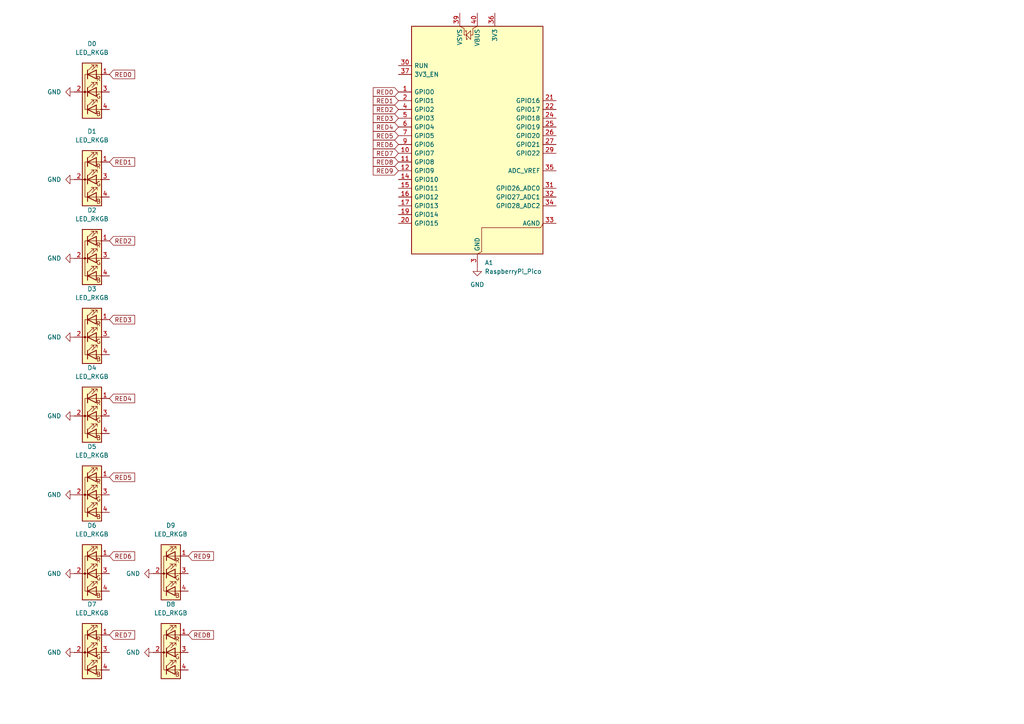
<source format=kicad_sch>
(kicad_sch (version 20250114) (generator "eeschema") (generator_version "9.0")
  (paper "A4")
  (lib_symbols
    (symbol "Device:LED_RKGB" (pin_names (offset 0) (hide yes))
      (property "Reference" "D" (at 0 9.398 0))
      (property "Value" "LED_RKGB" (at 0 -8.89 0))
      (symbol "LED_RKGB_0_0"
        (text "R" (at 1.905 3.81 0) (effects (font (size 1.27 1.27))))
        (text "G" (at 1.905 -1.27 0) (effects (font (size 1.27 1.27))))
        (text "B" (at 1.905 -6.35 0) (effects (font (size 1.27 1.27))))
      )
      (symbol "LED_RKGB_0_1"
        (circle (center -2.032 0) (radius 0.254) (fill (type outline)))
        (polyline (pts (xy -1.27 6.35) (xy -1.27 3.81)) (stroke (width 0.254)))
        (polyline (pts (xy -1.27 6.35) (xy -1.27 3.81) (xy -1.27 3.81)))
        (polyline (pts (xy -1.27 5.08) (xy 1.27 5.08)))
        (polyline (pts (xy -1.27 5.08) (xy -2.032 5.08) (xy -2.032 -5.08) (xy -1.016 -5.08)))
        (polyline (pts (xy -1.27 1.27) (xy -1.27 -1.27)) (stroke (width 0.254)))
        (polyline (pts (xy -1.27 1.27) (xy -1.27 -1.27) (xy -1.27 -1.27)))
        (polyline (pts (xy -1.27 0) (xy -2.54 0)))
        (polyline (pts (xy -1.27 -3.81) (xy -1.27 -6.35)) (stroke (width 0.254)))
        (polyline (pts (xy -1.27 -5.08) (xy 1.27 -5.08)))
        (polyline (pts (xy -1.016 6.35) (xy 0.508 7.874) (xy -0.254 7.874) (xy 0.508 7.874) (xy 0.508 7.112)))
        (polyline (pts (xy -1.016 1.27) (xy 0.508 2.794) (xy -0.254 2.794) (xy 0.508 2.794) (xy 0.508 2.032)))
        (polyline (pts (xy -1.016 -3.81) (xy 0.508 -2.286) (xy -0.254 -2.286) (xy 0.508 -2.286) (xy 0.508 -3.048)))
        (polyline (pts (xy 0 6.35) (xy 1.524 7.874) (xy 0.762 7.874) (xy 1.524 7.874) (xy 1.524 7.112)))
        (polyline (pts (xy 0 1.27) (xy 1.524 2.794) (xy 0.762 2.794) (xy 1.524 2.794) (xy 1.524 2.032)))
        (polyline (pts (xy 0 -3.81) (xy 1.524 -2.286) (xy 0.762 -2.286) (xy 1.524 -2.286) (xy 1.524 -3.048)))
        (polyline (pts (xy 1.27 6.35) (xy 1.27 3.81) (xy -1.27 5.08) (xy 1.27 6.35)) (stroke (width 0.254)))
        (rectangle (start 1.27 6.35) (end 1.27 6.35))
        (polyline (pts (xy 1.27 5.08) (xy 2.54 5.08)))
        (rectangle (start 1.27 3.81) (end 1.27 6.35))
        (polyline (pts (xy 1.27 1.27) (xy 1.27 -1.27) (xy -1.27 0) (xy 1.27 1.27)) (stroke (width 0.254)))
        (rectangle (start 1.27 1.27) (end 1.27 1.27))
        (polyline (pts (xy 1.27 0) (xy -1.27 0)))
        (polyline (pts (xy 1.27 0) (xy 2.54 0)))
        (rectangle (start 1.27 -1.27) (end 1.27 1.27))
        (polyline (pts (xy 1.27 -3.81) (xy 1.27 -6.35) (xy -1.27 -5.08) (xy 1.27 -3.81)) (stroke (width 0.254)))
        (polyline (pts (xy 1.27 -5.08) (xy 2.54 -5.08)))
        (rectangle (start 2.794 8.382) (end -2.794 -7.62) (stroke (width 0.254)) (fill (type background)))
      )
      (symbol "LED_RKGB_1_1"
        (pin passive line (at -5.08 0 0) (length 2.54) (name "K") (number "2"))
        (pin passive line (at 5.08 5.08 180) (length 2.54) (name "RA") (number "1"))
        (pin passive line (at 5.08 0 180) (length 2.54) (name "GA") (number "3"))
        (pin passive line (at 5.08 -5.08 180) (length 2.54) (name "BA") (number "4"))
      )
    )
    (symbol "MCU_Module:RaspberryPi_Pico" (pin_names (offset 0.762))
      (property "Reference" "A" (at -19.05 35.56 0))
      (property "Value" "RaspberryPi_Pico" (at 7.62 35.56 0))
      (symbol "RaspberryPi_Pico_0_1"
        (rectangle (start -19.05 34.29) (end 19.05 -31.75) (stroke (width 0.254)) (fill (type background)))
        (polyline (pts (xy -5.08 34.29) (xy -3.81 33.655) (xy -3.81 31.75) (xy -3.175 31.75)))
        (polyline (pts (xy -3.429 32.766) (xy -3.429 33.02) (xy -3.175 33.02) (xy -3.175 30.48) (xy -2.921 30.48) (xy -2.921 30.734)))
        (polyline (pts (xy -3.175 31.75) (xy -1.905 33.02) (xy -1.905 30.48) (xy -3.175 31.75)))
        (polyline (pts (xy 0 34.29) (xy -1.27 33.655) (xy -1.27 31.75) (xy -1.905 31.75)))
        (polyline (pts (xy 0 -31.75) (xy 1.27 -31.115) (xy 1.27 -24.13) (xy 18.415 -24.13) (xy 19.05 -22.86)))
      )
      (symbol "RaspberryPi_Pico_1_1"
        (pin passive line (at -22.86 22.86 0) (length 3.81) (name "RUN") (number "30"))
        (pin passive line (at -22.86 20.32 0) (length 3.81) (name "3V3_EN") (number "37"))
        (pin bidirectional line (at -22.86 15.24 0) (length 3.81) (name "GPIO0") (number "1"))
        (pin bidirectional line (at -22.86 12.7 0) (length 3.81) (name "GPIO1") (number "2"))
        (pin bidirectional line (at -22.86 10.16 0) (length 3.81) (name "GPIO2") (number "4"))
        (pin bidirectional line (at -22.86 7.62 0) (length 3.81) (name "GPIO3") (number "5"))
        (pin bidirectional line (at -22.86 5.08 0) (length 3.81) (name "GPIO4") (number "6"))
        (pin bidirectional line (at -22.86 2.54 0) (length 3.81) (name "GPIO5") (number "7"))
        (pin bidirectional line (at -22.86 0 0) (length 3.81) (name "GPIO6") (number "9"))
        (pin bidirectional line (at -22.86 -2.54 0) (length 3.81) (name "GPIO7") (number "10"))
        (pin bidirectional line (at -22.86 -5.08 0) (length 3.81) (name "GPIO8") (number "11"))
        (pin bidirectional line (at -22.86 -7.62 0) (length 3.81) (name "GPIO9") (number "12"))
        (pin bidirectional line (at -22.86 -10.16 0) (length 3.81) (name "GPIO10") (number "14"))
        (pin bidirectional line (at -22.86 -12.7 0) (length 3.81) (name "GPIO11") (number "15"))
        (pin bidirectional line (at -22.86 -15.24 0) (length 3.81) (name "GPIO12") (number "16"))
        (pin bidirectional line (at -22.86 -17.78 0) (length 3.81) (name "GPIO13") (number "17"))
        (pin bidirectional line (at -22.86 -20.32 0) (length 3.81) (name "GPIO14") (number "19"))
        (pin bidirectional line (at -22.86 -22.86 0) (length 3.81) (name "GPIO15") (number "20"))
        (pin power_in line (at -5.08 38.1 270) (length 3.81) (name "VSYS") (number "39"))
        (pin power_out line (at 0 38.1 270) (length 3.81) (name "VBUS") (number "40"))
        (pin passive line (at 0 -35.56 90) (length 3.81) (hide yes) (name "GND") (number "13"))
        (pin passive line (at 0 -35.56 90) (length 3.81) (hide yes) (name "GND") (number "18"))
        (pin passive line (at 0 -35.56 90) (length 3.81) (hide yes) (name "GND") (number "23"))
        (pin passive line (at 0 -35.56 90) (length 3.81) (hide yes) (name "GND") (number "28"))
        (pin power_out line (at 0 -35.56 90) (length 3.81) (name "GND") (number "3"))
        (pin passive line (at 0 -35.56 90) (length 3.81) (hide yes) (name "GND") (number "38"))
        (pin passive line (at 0 -35.56 90) (length 3.81) (hide yes) (name "GND") (number "8"))
        (pin power_out line (at 5.08 38.1 270) (length 3.81) (name "3V3") (number "36"))
        (pin bidirectional line (at 22.86 12.7 180) (length 3.81) (name "GPIO16") (number "21"))
        (pin bidirectional line (at 22.86 10.16 180) (length 3.81) (name "GPIO17") (number "22"))
        (pin bidirectional line (at 22.86 7.62 180) (length 3.81) (name "GPIO18") (number "24"))
        (pin bidirectional line (at 22.86 5.08 180) (length 3.81) (name "GPIO19") (number "25"))
        (pin bidirectional line (at 22.86 2.54 180) (length 3.81) (name "GPIO20") (number "26"))
        (pin bidirectional line (at 22.86 0 180) (length 3.81) (name "GPIO21") (number "27"))
        (pin bidirectional line (at 22.86 -2.54 180) (length 3.81) (name "GPIO22") (number "29"))
        (pin power_in line (at 22.86 -7.62 180) (length 3.81) (name "ADC_VREF") (number "35"))
        (pin bidirectional line (at 22.86 -12.7 180) (length 3.81) (name "GPIO26_ADC0") (number "31"))
        (pin bidirectional line (at 22.86 -15.24 180) (length 3.81) (name "GPIO27_ADC1") (number "32"))
        (pin bidirectional line (at 22.86 -17.78 180) (length 3.81) (name "GPIO28_ADC2") (number "34"))
        (pin power_out line (at 22.86 -22.86 180) (length 3.81) (name "AGND") (number "33"))
      )
    )
    (symbol "power:GND" (power) (pin_numbers (hide yes)) (pin_names (offset 0) (hide yes))
      (property "Value" "GND" (at 0 -3.81 0))
      (symbol "GND_0_1"
        (polyline (pts (xy 0 0) (xy 0 -1.27) (xy 1.27 -1.27) (xy 0 -2.54) (xy -1.27 -1.27) (xy 0 -1.27)))
      )
      (symbol "GND_1_1"
        (pin power_in line (at 0 0 270) (length 0) (name "~") (number "1"))
      )
    )
  )
  (global_label "RED0" (shape input) (at 31.75 21.59 0) (property "Intersheetrefs" "${INTERSHEET_REFS}" (effects (hide yes))))
  (global_label "RED8" (shape input) (at 54.61 184.15 0) (property "Intersheetrefs" "${INTERSHEET_REFS}" (effects (hide yes))))
  (global_label "RED4" (shape input) (at 115.57 36.83 180) (property "Intersheetrefs" "${INTERSHEET_REFS}" (effects (hide yes))))
  (global_label "RED3" (shape input) (at 31.75 92.71 0) (property "Intersheetrefs" "${INTERSHEET_REFS}" (effects (hide yes))))
  (global_label "RED6" (shape input) (at 31.75 161.29 0) (property "Intersheetrefs" "${INTERSHEET_REFS}" (effects (hide yes))))
  (global_label "RED8" (shape input) (at 115.57 46.99 180) (property "Intersheetrefs" "${INTERSHEET_REFS}" (effects (hide yes))))
  (global_label "RED9" (shape input) (at 54.61 161.29 0) (property "Intersheetrefs" "${INTERSHEET_REFS}" (effects (hide yes))))
  (global_label "RED1" (shape input) (at 31.75 46.99 0) (property "Intersheetrefs" "${INTERSHEET_REFS}" (effects (hide yes))))
  (global_label "RED4" (shape input) (at 31.75 115.57 0) (property "Intersheetrefs" "${INTERSHEET_REFS}" (effects (hide yes))))
  (global_label "RED2" (shape input) (at 115.57 31.75 180) (property "Intersheetrefs" "${INTERSHEET_REFS}" (effects (hide yes))))
  (global_label "RED1" (shape input) (at 115.57 29.21 180) (property "Intersheetrefs" "${INTERSHEET_REFS}" (effects (hide yes))))
  (global_label "RED0" (shape input) (at 115.57 26.67 180) (property "Intersheetrefs" "${INTERSHEET_REFS}" (effects (hide yes))))
  (global_label "RED7" (shape input) (at 115.57 44.45 180) (property "Intersheetrefs" "${INTERSHEET_REFS}" (effects (hide yes))))
  (global_label "RED7" (shape input) (at 31.75 184.15 0) (property "Intersheetrefs" "${INTERSHEET_REFS}" (effects (hide yes))))
  (global_label "RED6" (shape input) (at 115.57 41.91 180) (property "Intersheetrefs" "${INTERSHEET_REFS}" (effects (hide yes))))
  (global_label "RED2" (shape input) (at 31.75 69.85 0) (property "Intersheetrefs" "${INTERSHEET_REFS}" (effects (hide yes))))
  (global_label "RED9" (shape input) (at 115.57 49.53 180) (property "Intersheetrefs" "${INTERSHEET_REFS}" (effects (hide yes))))
  (global_label "RED5" (shape input) (at 115.57 39.37 180) (property "Intersheetrefs" "${INTERSHEET_REFS}" (effects (hide yes))))
  (global_label "RED5" (shape input) (at 31.75 138.43 0) (property "Intersheetrefs" "${INTERSHEET_REFS}" (effects (hide yes))))
  (global_label "RED3" (shape input) (at 115.57 34.29 180) (property "Intersheetrefs" "${INTERSHEET_REFS}" (effects (hide yes))))
  (symbol (lib_id "power:GND") (at 21.59 97.79 270) (unit 1)
    (property "Reference" "#PWR03" (effects (hide yes)))
    (property "Value" "GND" (at 17.78 97.7899 90) (effects (justify right)))
    (property "Description" "Power symbol creates a global label with name \"GND\" , ground" (effects (hide yes)))
  )
  (symbol (lib_id "Device:LED_RKGB") (at 26.67 143.51 0) (unit 1)
    (property "Reference" "D5" (at 26.67 129.54 0))
    (property "Value" "LED_RKGB" (at 26.67 132.08 0))
    (property "Footprint" "LED_THT:LED_D5.0mm-4_RGB" (effects (hide yes)))
    (property "Description" "RGB LED, red/cathode/green/blue" (effects (hide yes)))
  )
  (symbol (lib_id "Device:LED_RKGB") (at 26.67 74.93 0) (unit 1)
    (property "Reference" "D2" (at 26.67 60.96 0))
    (property "Value" "LED_RKGB" (at 26.67 63.5 0))
    (property "Footprint" "LED_THT:LED_D5.0mm-4_RGB" (effects (hide yes)))
    (property "Description" "RGB LED, red/cathode/green/blue" (effects (hide yes)))
  )
  (symbol (lib_id "power:GND") (at 21.59 52.07 270) (unit 1)
    (property "Reference" "#PWR04" (effects (hide yes)))
    (property "Value" "GND" (at 17.78 52.0699 90) (effects (justify right)))
    (property "Description" "Power symbol creates a global label with name \"GND\" , ground" (effects (hide yes)))
  )
  (symbol (lib_id "Device:LED_RKGB") (at 49.53 189.23 0) (unit 1)
    (property "Reference" "D8" (at 49.53 175.26 0))
    (property "Value" "LED_RKGB" (at 49.53 177.8 0))
    (property "Footprint" "LED_THT:LED_D5.0mm-4_RGB" (effects (hide yes)))
    (property "Description" "RGB LED, red/cathode/green/blue" (effects (hide yes)))
  )
  (symbol (lib_id "power:GND") (at 44.45 189.23 270) (unit 1)
    (property "Reference" "#PWR09" (effects (hide yes)))
    (property "Value" "GND" (at 40.64 189.2299 90) (effects (justify right)))
    (property "Description" "Power symbol creates a global label with name \"GND\" , ground" (effects (hide yes)))
  )
  (symbol (lib_id "Device:LED_RKGB") (at 26.67 52.07 0) (unit 1)
    (property "Reference" "D1" (at 26.67 38.1 0))
    (property "Value" "LED_RKGB" (at 26.67 40.64 0))
    (property "Footprint" "LED_THT:LED_D5.0mm-4_RGB" (effects (hide yes)))
    (property "Description" "RGB LED, red/cathode/green/blue" (effects (hide yes)))
  )
  (symbol (lib_id "Device:LED_RKGB") (at 26.67 120.65 0) (unit 1)
    (property "Reference" "D4" (at 26.67 106.68 0))
    (property "Value" "LED_RKGB" (at 26.67 109.22 0))
    (property "Footprint" "LED_THT:LED_D5.0mm-4_RGB" (effects (hide yes)))
    (property "Description" "RGB LED, red/cathode/green/blue" (effects (hide yes)))
  )
  (symbol (lib_id "power:GND") (at 21.59 26.67 270) (unit 1)
    (property "Reference" "#PWR011" (effects (hide yes)))
    (property "Value" "GND" (at 17.78 26.6699 90) (effects (justify right)))
    (property "Description" "Power symbol creates a global label with name \"GND\" , ground" (effects (hide yes)))
  )
  (symbol (lib_id "Device:LED_RKGB") (at 26.67 26.67 0) (unit 1)
    (property "Reference" "D0" (at 26.67 12.7 0))
    (property "Value" "LED_RKGB" (at 26.67 15.24 0))
    (property "Footprint" "LED_THT:LED_D5.0mm-4_RGB" (effects (hide yes)))
    (property "Description" "RGB LED, red/cathode/green/blue" (effects (hide yes)))
  )
  (symbol (lib_id "power:GND") (at 44.45 166.37 270) (unit 1)
    (property "Reference" "#PWR010" (effects (hide yes)))
    (property "Value" "GND" (at 40.64 166.3699 90) (effects (justify right)))
    (property "Description" "Power symbol creates a global label with name \"GND\" , ground" (effects (hide yes)))
  )
  (symbol (lib_id "Device:LED_RKGB") (at 26.67 97.79 0) (unit 1)
    (property "Reference" "D3" (at 26.67 83.82 0))
    (property "Value" "LED_RKGB" (at 26.67 86.36 0))
    (property "Footprint" "LED_THT:LED_D5.0mm-4_RGB" (effects (hide yes)))
    (property "Description" "RGB LED, red/cathode/green/blue" (effects (hide yes)))
  )
  (symbol (lib_id "Device:LED_RKGB") (at 49.53 166.37 0) (unit 1)
    (property "Reference" "D9" (at 49.53 152.4 0))
    (property "Value" "LED_RKGB" (at 49.53 154.94 0))
    (property "Footprint" "LED_THT:LED_D5.0mm-4_RGB" (effects (hide yes)))
    (property "Description" "RGB LED, red/cathode/green/blue" (effects (hide yes)))
  )
  (symbol (lib_id "MCU_Module:RaspberryPi_Pico") (at 138.43 41.91 0) (unit 1)
    (property "Reference" "A1" (at 140.5733 76.2 0) (effects (justify left)))
    (property "Value" "RaspberryPi_Pico" (at 140.5733 78.74 0) (effects (justify left)))
    (property "Footprint" "Module:RaspberryPi_Pico_Common_Unspecified" (effects (hide yes)))
    (property "Datasheet" "https://datasheets.raspberrypi.com/pico/pico-datasheet.pdf" (effects (hide yes)))
    (property "Description" "Versatile and inexpensive microcontroller module powered by RP2040 dual-core Arm Cortex-M0+ processor up to 133 MHz, 264kB SRAM, 2MB QSPI flash; also supports Raspberry Pi Pico 2" (effects (hide yes)))
  )
  (symbol (lib_id "power:GND") (at 21.59 189.23 270) (unit 1)
    (property "Reference" "#PWR08" (effects (hide yes)))
    (property "Value" "GND" (at 17.78 189.2299 90) (effects (justify right)))
    (property "Description" "Power symbol creates a global label with name \"GND\" , ground" (effects (hide yes)))
  )
  (symbol (lib_id "power:GND") (at 21.59 143.51 270) (unit 1)
    (property "Reference" "#PWR06" (effects (hide yes)))
    (property "Value" "GND" (at 17.78 143.5099 90) (effects (justify right)))
    (property "Description" "Power symbol creates a global label with name \"GND\" , ground" (effects (hide yes)))
  )
  (symbol (lib_id "power:GND") (at 21.59 166.37 270) (unit 1)
    (property "Reference" "#PWR07" (effects (hide yes)))
    (property "Value" "GND" (at 17.78 166.3699 90) (effects (justify right)))
    (property "Description" "Power symbol creates a global label with name \"GND\" , ground" (effects (hide yes)))
  )
  (symbol (lib_id "power:GND") (at 21.59 74.93 270) (unit 1)
    (property "Reference" "#PWR01" (effects (hide yes)))
    (property "Value" "GND" (at 17.78 74.9299 90) (effects (justify right)))
    (property "Description" "Power symbol creates a global label with name \"GND\" , ground" (effects (hide yes)))
  )
  (symbol (lib_id "Device:LED_RKGB") (at 26.67 166.37 0) (unit 1)
    (property "Reference" "D6" (at 26.67 152.4 0))
    (property "Value" "LED_RKGB" (at 26.67 154.94 0))
    (property "Footprint" "LED_THT:LED_D5.0mm-4_RGB" (effects (hide yes)))
    (property "Description" "RGB LED, red/cathode/green/blue" (effects (hide yes)))
  )
  (symbol (lib_id "Device:LED_RKGB") (at 26.67 189.23 0) (unit 1)
    (property "Reference" "D7" (at 26.67 175.26 0))
    (property "Value" "LED_RKGB" (at 26.67 177.8 0))
    (property "Footprint" "LED_THT:LED_D5.0mm-4_RGB" (effects (hide yes)))
    (property "Description" "RGB LED, red/cathode/green/blue" (effects (hide yes)))
  )
  (symbol (lib_id "power:GND") (at 21.59 120.65 270) (unit 1)
    (property "Reference" "#PWR05" (effects (hide yes)))
    (property "Value" "GND" (at 17.78 120.6499 90) (effects (justify right)))
    (property "Description" "Power symbol creates a global label with name \"GND\" , ground" (effects (hide yes)))
  )
  (symbol (lib_id "power:GND") (at 138.43 77.47 0) (unit 1)
    (property "Reference" "#PWR02" (effects (hide yes)))
    (property "Value" "GND" (at 138.43 82.55 0))
    (property "Description" "Power symbol creates a global label with name \"GND\" , ground" (effects (hide yes)))
  )
)
</source>
